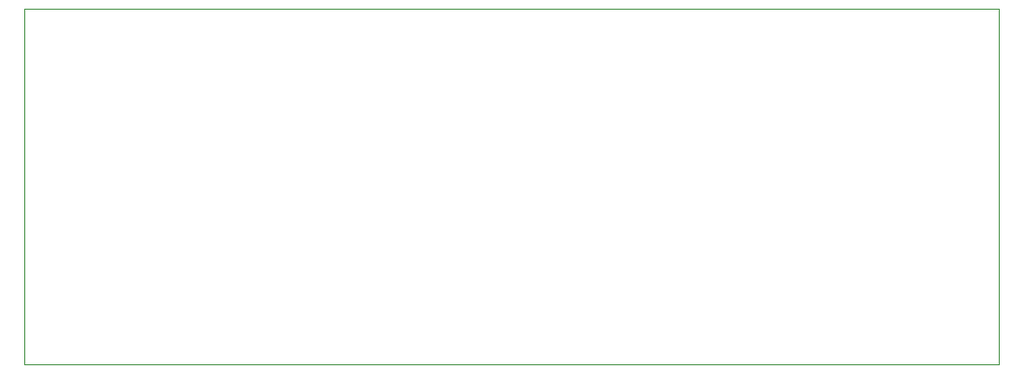
<source format=gbr>
%TF.GenerationSoftware,KiCad,Pcbnew,8.0.1*%
%TF.CreationDate,2024-05-07T13:51:58+02:00*%
%TF.ProjectId,SecondaryBoard,5365636f-6e64-4617-9279-426f6172642e,rev?*%
%TF.SameCoordinates,Original*%
%TF.FileFunction,Profile,NP*%
%FSLAX46Y46*%
G04 Gerber Fmt 4.6, Leading zero omitted, Abs format (unit mm)*
G04 Created by KiCad (PCBNEW 8.0.1) date 2024-05-07 13:51:58*
%MOMM*%
%LPD*%
G01*
G04 APERTURE LIST*
%TA.AperFunction,Profile*%
%ADD10C,0.050000*%
%TD*%
G04 APERTURE END LIST*
D10*
X225000000Y-40000000D02*
X225000000Y-71000000D01*
X140000000Y-71000000D02*
X140000000Y-40000000D01*
X225000000Y-71000000D02*
X140000000Y-71000000D01*
X140000000Y-40000000D02*
X225000000Y-40000000D01*
M02*

</source>
